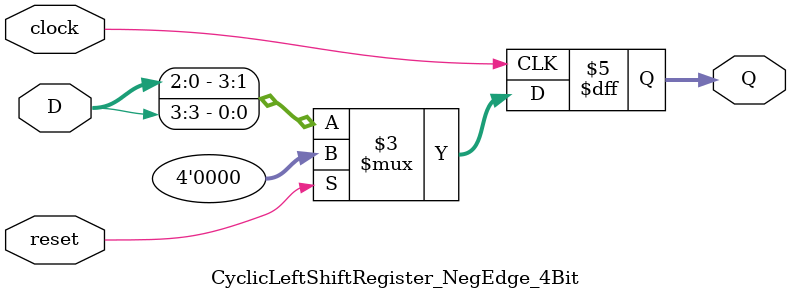
<source format=v>
module CyclicLeftShiftRegister_NegEdge_4Bit (clock, reset, D, Q);
    input clock;
    input reset;
    input [3:0] D;
    output reg [3:0] Q;

    always @(negedge clock)
    begin
        if (reset)
            Q <= 4'b0000;
        else
            Q <= {D[2:0], D[3]};        
    end
endmodule

</source>
